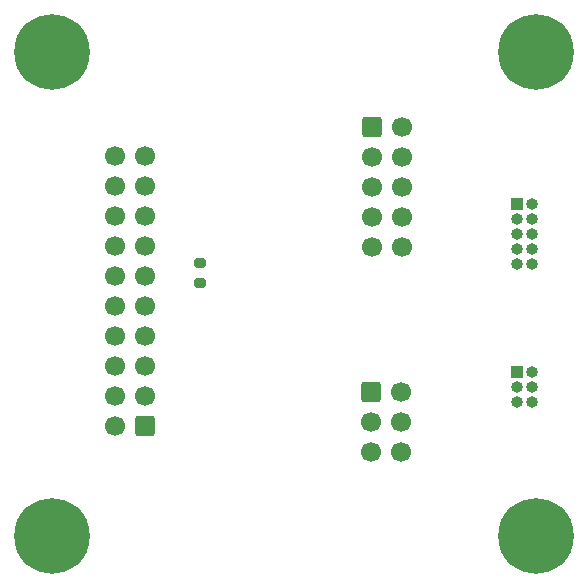
<source format=gbr>
%TF.GenerationSoftware,KiCad,Pcbnew,(7.0.0)*%
%TF.CreationDate,2023-03-27T10:38:50+02:00*%
%TF.ProjectId,JTAG-SWD Adapter,4a544147-2d53-4574-9420-416461707465,rev?*%
%TF.SameCoordinates,Original*%
%TF.FileFunction,Soldermask,Top*%
%TF.FilePolarity,Negative*%
%FSLAX46Y46*%
G04 Gerber Fmt 4.6, Leading zero omitted, Abs format (unit mm)*
G04 Created by KiCad (PCBNEW (7.0.0)) date 2023-03-27 10:38:50*
%MOMM*%
%LPD*%
G01*
G04 APERTURE LIST*
G04 Aperture macros list*
%AMRoundRect*
0 Rectangle with rounded corners*
0 $1 Rounding radius*
0 $2 $3 $4 $5 $6 $7 $8 $9 X,Y pos of 4 corners*
0 Add a 4 corners polygon primitive as box body*
4,1,4,$2,$3,$4,$5,$6,$7,$8,$9,$2,$3,0*
0 Add four circle primitives for the rounded corners*
1,1,$1+$1,$2,$3*
1,1,$1+$1,$4,$5*
1,1,$1+$1,$6,$7*
1,1,$1+$1,$8,$9*
0 Add four rect primitives between the rounded corners*
20,1,$1+$1,$2,$3,$4,$5,0*
20,1,$1+$1,$4,$5,$6,$7,0*
20,1,$1+$1,$6,$7,$8,$9,0*
20,1,$1+$1,$8,$9,$2,$3,0*%
G04 Aperture macros list end*
%ADD10C,0.800000*%
%ADD11C,6.400000*%
%ADD12R,1.000000X1.000000*%
%ADD13O,1.000000X1.000000*%
%ADD14RoundRect,0.200000X0.275000X-0.200000X0.275000X0.200000X-0.275000X0.200000X-0.275000X-0.200000X0*%
%ADD15RoundRect,0.250000X0.600000X0.600000X-0.600000X0.600000X-0.600000X-0.600000X0.600000X-0.600000X0*%
%ADD16C,1.700000*%
%ADD17RoundRect,0.250000X-0.600000X-0.600000X0.600000X-0.600000X0.600000X0.600000X-0.600000X0.600000X0*%
G04 APERTURE END LIST*
D10*
%TO.C,H4*%
X102000000Y-147600000D03*
X103697056Y-151697056D03*
X103697056Y-148302944D03*
X104400000Y-150000000D03*
D11*
X102000000Y-150000000D03*
D10*
X102000000Y-152400000D03*
X100302944Y-148302944D03*
X100302944Y-151697056D03*
X99600000Y-150000000D03*
%TD*%
%TO.C,H3*%
X143000000Y-147600000D03*
X144697056Y-151697056D03*
X144697056Y-148302944D03*
X145400000Y-150000000D03*
D11*
X143000000Y-150000000D03*
D10*
X143000000Y-152400000D03*
X141302944Y-148302944D03*
X141302944Y-151697056D03*
X140600000Y-150000000D03*
%TD*%
%TO.C,H2*%
X143000000Y-106600000D03*
X144697056Y-110697056D03*
X144697056Y-107302944D03*
X145400000Y-109000000D03*
D11*
X143000000Y-109000000D03*
D10*
X143000000Y-111400000D03*
X141302944Y-107302944D03*
X141302944Y-110697056D03*
X140600000Y-109000000D03*
%TD*%
%TO.C,H1*%
X102000000Y-106600000D03*
X103697056Y-110697056D03*
X103697056Y-107302944D03*
X104400000Y-109000000D03*
D11*
X102000000Y-109000000D03*
D10*
X102000000Y-111400000D03*
X100302944Y-107302944D03*
X100302944Y-110697056D03*
X99600000Y-109000000D03*
%TD*%
D12*
%TO.C,J5*%
X141364999Y-121859999D03*
D13*
X142634999Y-121859999D03*
X141364999Y-123129999D03*
X142634999Y-123129999D03*
X141364999Y-124399999D03*
X142634999Y-124399999D03*
X141364999Y-125669999D03*
X142634999Y-125669999D03*
X141364999Y-126939999D03*
X142634999Y-126939999D03*
%TD*%
D14*
%TO.C,R1*%
X114550000Y-128525000D03*
X114550000Y-126875000D03*
%TD*%
D15*
%TO.C,J3*%
X109902500Y-140640000D03*
D16*
X107362500Y-140640000D03*
X109902500Y-138100000D03*
X107362500Y-138100000D03*
X109902500Y-135560000D03*
X107362500Y-135560000D03*
X109902500Y-133020000D03*
X107362500Y-133020000D03*
X109902500Y-130480000D03*
X107362500Y-130480000D03*
X109902500Y-127940000D03*
X107362500Y-127940000D03*
X109902500Y-125400000D03*
X107362500Y-125400000D03*
X109902500Y-122860000D03*
X107362500Y-122860000D03*
X109902500Y-120320000D03*
X107362500Y-120320000D03*
X109902500Y-117780000D03*
X107362500Y-117780000D03*
%TD*%
D17*
%TO.C,J2*%
X129097500Y-115320000D03*
D16*
X131637500Y-115320000D03*
X129097500Y-117860000D03*
X131637500Y-117860000D03*
X129097500Y-120400000D03*
X131637500Y-120400000D03*
X129097500Y-122940000D03*
X131637500Y-122940000D03*
X129097500Y-125480000D03*
X131637500Y-125480000D03*
%TD*%
D17*
%TO.C,J1*%
X129050000Y-137800000D03*
D16*
X131590000Y-137800000D03*
X129050000Y-140340000D03*
X131590000Y-140340000D03*
X129050000Y-142880000D03*
X131590000Y-142880000D03*
%TD*%
D12*
%TO.C,J4*%
X141364999Y-136129999D03*
D13*
X142634999Y-136129999D03*
X141364999Y-137399999D03*
X142634999Y-137399999D03*
X141364999Y-138669999D03*
X142634999Y-138669999D03*
%TD*%
M02*

</source>
